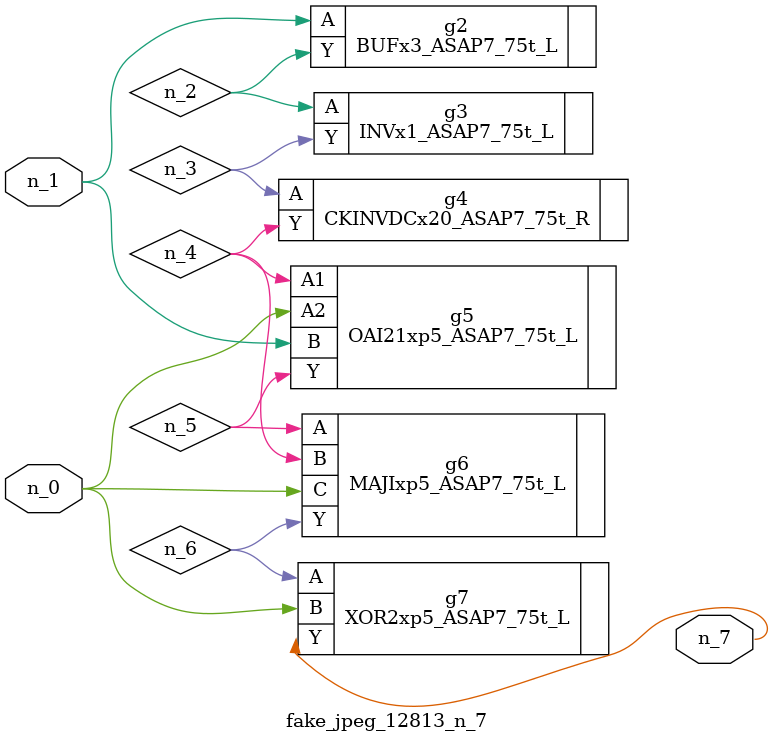
<source format=v>
module fake_jpeg_12813_n_7 (n_0, n_1, n_7);

input n_0;
input n_1;

output n_7;

wire n_2;
wire n_3;
wire n_4;
wire n_6;
wire n_5;

BUFx3_ASAP7_75t_L g2 ( 
.A(n_1),
.Y(n_2)
);

INVx1_ASAP7_75t_L g3 ( 
.A(n_2),
.Y(n_3)
);

CKINVDCx20_ASAP7_75t_R g4 ( 
.A(n_3),
.Y(n_4)
);

OAI21xp5_ASAP7_75t_L g5 ( 
.A1(n_4),
.A2(n_0),
.B(n_1),
.Y(n_5)
);

MAJIxp5_ASAP7_75t_L g6 ( 
.A(n_5),
.B(n_4),
.C(n_0),
.Y(n_6)
);

XOR2xp5_ASAP7_75t_L g7 ( 
.A(n_6),
.B(n_0),
.Y(n_7)
);


endmodule
</source>
